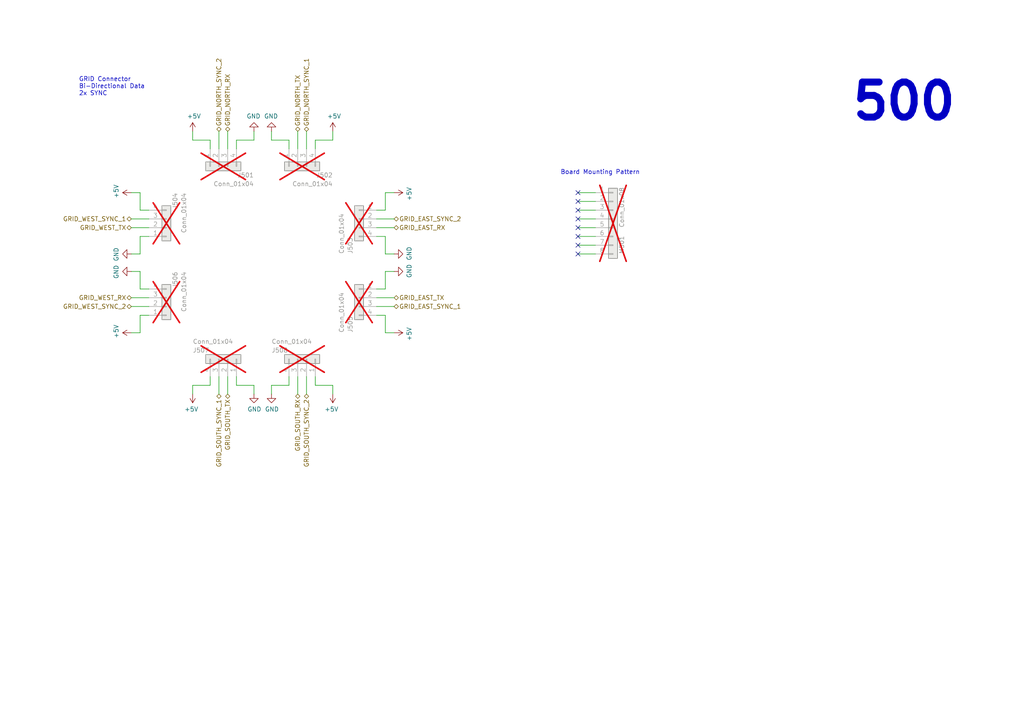
<source format=kicad_sch>
(kicad_sch (version 20250114) (generator "eeschema") (generator_version "9.0")
  (paper "A4")
  (lib_symbols
    (symbol "+5V_1" (power) (pin_names (offset 0))
      (property "Value" "+5V" (at 0 3.556 0))
      (symbol "+5V_1_0_1"
        (polyline (pts (xy -0.762 1.27) (xy 0 2.54)))
        (polyline (pts (xy 0 2.54) (xy 0.762 1.27)))
        (polyline (pts (xy 0 0) (xy 0 2.54)))
      )
      (symbol "+5V_1_1_1"
        (pin power_in line (at 0 0 90) (length 0) (hide yes) (name "+5V") (number "1"))
      )
    )
    (symbol "+5V_2" (power) (pin_names (offset 0))
      (property "Value" "+5V" (at 0 3.556 0))
      (symbol "+5V_2_0_1"
        (polyline (pts (xy -0.762 1.27) (xy 0 2.54)))
        (polyline (pts (xy 0 2.54) (xy 0.762 1.27)))
        (polyline (pts (xy 0 0) (xy 0 2.54)))
      )
      (symbol "+5V_2_1_1"
        (pin power_in line (at 0 0 90) (length 0) (hide yes) (name "+5V") (number "1"))
      )
    )
    (symbol "+5V_3" (power) (pin_names (offset 0))
      (property "Value" "+5V" (at 0 3.556 0))
      (symbol "+5V_3_0_1"
        (polyline (pts (xy -0.762 1.27) (xy 0 2.54)))
        (polyline (pts (xy 0 2.54) (xy 0.762 1.27)))
        (polyline (pts (xy 0 0) (xy 0 2.54)))
      )
      (symbol "+5V_3_1_1"
        (pin power_in line (at 0 0 90) (length 0) (hide yes) (name "+5V") (number "1"))
      )
    )
    (symbol "+5V_4" (power) (pin_names (offset 0))
      (property "Value" "+5V" (at 0 3.556 0))
      (symbol "+5V_4_0_1"
        (polyline (pts (xy -0.762 1.27) (xy 0 2.54)))
        (polyline (pts (xy 0 2.54) (xy 0.762 1.27)))
        (polyline (pts (xy 0 0) (xy 0 2.54)))
      )
      (symbol "+5V_4_1_1"
        (pin power_in line (at 0 0 90) (length 0) (hide yes) (name "+5V") (number "1"))
      )
    )
    (symbol "+5V_5" (power) (pin_names (offset 0))
      (property "Value" "+5V" (at 0 3.556 0))
      (symbol "+5V_5_0_1"
        (polyline (pts (xy -0.762 1.27) (xy 0 2.54)))
        (polyline (pts (xy 0 2.54) (xy 0.762 1.27)))
        (polyline (pts (xy 0 0) (xy 0 2.54)))
      )
      (symbol "+5V_5_1_1"
        (pin power_in line (at 0 0 90) (length 0) (hide yes) (name "+5V") (number "1"))
      )
    )
    (symbol "+5V_6" (power) (pin_names (offset 0))
      (property "Value" "+5V" (at 0 3.556 0))
      (symbol "+5V_6_0_1"
        (polyline (pts (xy -0.762 1.27) (xy 0 2.54)))
        (polyline (pts (xy 0 2.54) (xy 0.762 1.27)))
        (polyline (pts (xy 0 0) (xy 0 2.54)))
      )
      (symbol "+5V_6_1_1"
        (pin power_in line (at 0 0 90) (length 0) (hide yes) (name "+5V") (number "1"))
      )
    )
    (symbol "+5V_7" (power) (pin_names (offset 0))
      (property "Value" "+5V" (at 0 3.556 0))
      (symbol "+5V_7_0_1"
        (polyline (pts (xy -0.762 1.27) (xy 0 2.54)))
        (polyline (pts (xy 0 2.54) (xy 0.762 1.27)))
        (polyline (pts (xy 0 0) (xy 0 2.54)))
      )
      (symbol "+5V_7_1_1"
        (pin power_in line (at 0 0 90) (length 0) (hide yes) (name "+5V") (number "1"))
      )
    )
    (symbol "Connector_Generic:Conn_01x04" (pin_names (offset 1.016) (hide yes))
      (property "Reference" "J" (at 0 5.08 0))
      (property "Value" "Conn_01x04" (at 0 -7.62 0))
      (symbol "Conn_01x04_1_1"
        (rectangle (start -1.27 3.81) (end 1.27 -6.35) (stroke (width 0.254)) (fill (type background)))
        (rectangle (start -1.27 2.667) (end 0 2.413) (stroke (width 0.1524)))
        (rectangle (start -1.27 0.127) (end 0 -0.127) (stroke (width 0.1524)))
        (rectangle (start -1.27 -2.413) (end 0 -2.667) (stroke (width 0.1524)))
        (rectangle (start -1.27 -4.953) (end 0 -5.207) (stroke (width 0.1524)))
        (pin passive line (at -5.08 2.54 0) (length 3.81) (name "Pin_1") (number "1"))
        (pin passive line (at -5.08 0 0) (length 3.81) (name "Pin_2") (number "2"))
        (pin passive line (at -5.08 -2.54 0) (length 3.81) (name "Pin_3") (number "3"))
        (pin passive line (at -5.08 -5.08 0) (length 3.81) (name "Pin_4") (number "4"))
      )
    )
    (symbol "Connector_Generic:Conn_01x08" (pin_names (offset 1.016) (hide yes))
      (property "Reference" "J" (at 0 10.16 0))
      (property "Value" "Conn_01x08" (at 0 -12.7 0))
      (symbol "Conn_01x08_1_1"
        (rectangle (start -1.27 8.89) (end 1.27 -11.43) (stroke (width 0.254)) (fill (type background)))
        (rectangle (start -1.27 7.747) (end 0 7.493) (stroke (width 0.1524)))
        (rectangle (start -1.27 5.207) (end 0 4.953) (stroke (width 0.1524)))
        (rectangle (start -1.27 2.667) (end 0 2.413) (stroke (width 0.1524)))
        (rectangle (start -1.27 0.127) (end 0 -0.127) (stroke (width 0.1524)))
        (rectangle (start -1.27 -2.413) (end 0 -2.667) (stroke (width 0.1524)))
        (rectangle (start -1.27 -4.953) (end 0 -5.207) (stroke (width 0.1524)))
        (rectangle (start -1.27 -7.493) (end 0 -7.747) (stroke (width 0.1524)))
        (rectangle (start -1.27 -10.033) (end 0 -10.287) (stroke (width 0.1524)))
        (pin passive line (at -5.08 7.62 0) (length 3.81) (name "Pin_1") (number "1"))
        (pin passive line (at -5.08 5.08 0) (length 3.81) (name "Pin_2") (number "2"))
        (pin passive line (at -5.08 2.54 0) (length 3.81) (name "Pin_3") (number "3"))
        (pin passive line (at -5.08 0 0) (length 3.81) (name "Pin_4") (number "4"))
        (pin passive line (at -5.08 -2.54 0) (length 3.81) (name "Pin_5") (number "5"))
        (pin passive line (at -5.08 -5.08 0) (length 3.81) (name "Pin_6") (number "6"))
        (pin passive line (at -5.08 -7.62 0) (length 3.81) (name "Pin_7") (number "7"))
        (pin passive line (at -5.08 -10.16 0) (length 3.81) (name "Pin_8") (number "8"))
      )
    )
    (symbol "GND_1" (power) (pin_names (offset 0))
      (property "Value" "GND" (at 0 -3.81 0))
      (symbol "GND_1_0_1"
        (polyline (pts (xy 0 0) (xy 0 -1.27) (xy 1.27 -1.27) (xy 0 -2.54) (xy -1.27 -1.27) (xy 0 -1.27)))
      )
      (symbol "GND_1_1_1"
        (pin power_in line (at 0 0 270) (length 0) (hide yes) (name "GND") (number "1"))
      )
    )
    (symbol "GND_2" (power) (pin_names (offset 0))
      (property "Value" "GND" (at 0 -3.81 0))
      (symbol "GND_2_0_1"
        (polyline (pts (xy 0 0) (xy 0 -1.27) (xy 1.27 -1.27) (xy 0 -2.54) (xy -1.27 -1.27) (xy 0 -1.27)))
      )
      (symbol "GND_2_1_1"
        (pin power_in line (at 0 0 270) (length 0) (hide yes) (name "GND") (number "1"))
      )
    )
    (symbol "GND_3" (power) (pin_names (offset 0))
      (property "Value" "GND" (at 0 -3.81 0))
      (symbol "GND_3_0_1"
        (polyline (pts (xy 0 0) (xy 0 -1.27) (xy 1.27 -1.27) (xy 0 -2.54) (xy -1.27 -1.27) (xy 0 -1.27)))
      )
      (symbol "GND_3_1_1"
        (pin power_in line (at 0 0 270) (length 0) (hide yes) (name "GND") (number "1"))
      )
    )
    (symbol "GND_4" (power) (pin_names (offset 0))
      (property "Value" "GND" (at 0 -3.81 0))
      (symbol "GND_4_0_1"
        (polyline (pts (xy 0 0) (xy 0 -1.27) (xy 1.27 -1.27) (xy 0 -2.54) (xy -1.27 -1.27) (xy 0 -1.27)))
      )
      (symbol "GND_4_1_1"
        (pin power_in line (at 0 0 270) (length 0) (hide yes) (name "GND") (number "1"))
      )
    )
    (symbol "GND_5" (power) (pin_names (offset 0))
      (property "Value" "GND" (at 0 -3.81 0))
      (symbol "GND_5_0_1"
        (polyline (pts (xy 0 0) (xy 0 -1.27) (xy 1.27 -1.27) (xy 0 -2.54) (xy -1.27 -1.27) (xy 0 -1.27)))
      )
      (symbol "GND_5_1_1"
        (pin power_in line (at 0 0 270) (length 0) (hide yes) (name "GND") (number "1"))
      )
    )
    (symbol "GND_6" (power) (pin_names (offset 0))
      (property "Value" "GND" (at 0 -3.81 0))
      (symbol "GND_6_0_1"
        (polyline (pts (xy 0 0) (xy 0 -1.27) (xy 1.27 -1.27) (xy 0 -2.54) (xy -1.27 -1.27) (xy 0 -1.27)))
      )
      (symbol "GND_6_1_1"
        (pin power_in line (at 0 0 270) (length 0) (hide yes) (name "GND") (number "1"))
      )
    )
    (symbol "GND_7" (power) (pin_names (offset 0))
      (property "Value" "GND" (at 0 -3.81 0))
      (symbol "GND_7_0_1"
        (polyline (pts (xy 0 0) (xy 0 -1.27) (xy 1.27 -1.27) (xy 0 -2.54) (xy -1.27 -1.27) (xy 0 -1.27)))
      )
      (symbol "GND_7_1_1"
        (pin power_in line (at 0 0 270) (length 0) (hide yes) (name "GND") (number "1"))
      )
    )
    (symbol "power:+5V" (power) (pin_names (offset 0))
      (property "Value" "+5V" (at 0 3.556 0))
      (symbol "+5V_0_1"
        (polyline (pts (xy -0.762 1.27) (xy 0 2.54)))
        (polyline (pts (xy 0 2.54) (xy 0.762 1.27)))
        (polyline (pts (xy 0 0) (xy 0 2.54)))
      )
      (symbol "+5V_1_1"
        (pin power_in line (at 0 0 90) (length 0) (hide yes) (name "+5V") (number "1"))
      )
    )
    (symbol "power:GND" (power) (pin_names (offset 0))
      (property "Value" "GND" (at 0 -3.81 0))
      (symbol "GND_0_1"
        (polyline (pts (xy 0 0) (xy 0 -1.27) (xy 1.27 -1.27) (xy 0 -2.54) (xy -1.27 -1.27) (xy 0 -1.27)))
      )
      (symbol "GND_1_1"
        (pin power_in line (at 0 0 270) (length 0) (hide yes) (name "GND") (number "1"))
      )
    )
  )
  (text "Board Mounting Pattern\n" (at 162.56 50.8 0) (effects (font (size 1.27 1.27)) (justify left bottom)))
  (text "GRID Connector\nBi-Directional Data\n2x SYNC\n" (at 22.86 27.94 0) (effects (font (size 1.27 1.27)) (justify left bottom)))
  (text "500" (at 246.38 35.56 0) (effects (font (size 10.16 10.16) (thickness 2.032) (bold yes)) (justify left bottom)))
  (no_connect (at 167.64 63.5))
  (no_connect (at 167.64 66.04))
  (no_connect (at 167.64 55.88))
  (no_connect (at 167.64 60.96))
  (no_connect (at 167.64 73.66))
  (no_connect (at 167.64 71.12))
  (no_connect (at 167.64 68.58))
  (no_connect (at 167.64 58.42))
  (wire (pts (xy 60.96 40.64) (xy 60.96 43.18)))
  (wire (pts (xy 40.64 55.88) (xy 40.64 60.96)))
  (wire (pts (xy 40.64 91.44) (xy 40.64 96.52)))
  (wire (pts (xy 55.88 38.1) (xy 55.88 40.64)))
  (wire (pts (xy 43.18 60.96) (xy 40.64 60.96)))
  (wire (pts (xy 83.82 109.22) (xy 83.82 111.76)))
  (wire (pts (xy 55.88 114.3) (xy 55.88 111.76)))
  (wire (pts (xy 66.04 109.22) (xy 66.04 114.3)))
  (wire (pts (xy 111.76 73.66) (xy 114.3 73.66)))
  (wire (pts (xy 172.72 66.04) (xy 167.64 66.04)))
  (wire (pts (xy 66.04 43.18) (xy 66.04 38.1)))
  (wire (pts (xy 172.72 58.42) (xy 167.64 58.42)))
  (wire (pts (xy 91.44 111.76) (xy 96.52 111.76)))
  (wire (pts (xy 38.1 88.9) (xy 43.18 88.9)))
  (wire (pts (xy 43.18 66.04) (xy 38.1 66.04)))
  (wire (pts (xy 68.58 40.64) (xy 73.66 40.64)))
  (wire (pts (xy 43.18 83.82) (xy 40.64 83.82)))
  (wire (pts (xy 43.18 86.36) (xy 38.1 86.36)))
  (wire (pts (xy 40.64 78.74) (xy 40.64 83.82)))
  (wire (pts (xy 109.22 68.58) (xy 111.76 68.58)))
  (wire (pts (xy 109.22 86.36) (xy 114.3 86.36)))
  (wire (pts (xy 172.72 63.5) (xy 167.64 63.5)))
  (wire (pts (xy 111.76 78.74) (xy 114.3 78.74)))
  (wire (pts (xy 111.76 91.44) (xy 111.76 96.52)))
  (wire (pts (xy 68.58 43.18) (xy 68.58 40.64)))
  (wire (pts (xy 55.88 111.76) (xy 60.96 111.76)))
  (wire (pts (xy 172.72 68.58) (xy 167.64 68.58)))
  (wire (pts (xy 111.76 60.96) (xy 109.22 60.96)))
  (wire (pts (xy 111.76 55.88) (xy 111.76 60.96)))
  (wire (pts (xy 86.36 109.22) (xy 86.36 114.3)))
  (wire (pts (xy 83.82 40.64) (xy 83.82 43.18)))
  (wire (pts (xy 55.88 40.64) (xy 60.96 40.64)))
  (wire (pts (xy 40.64 73.66) (xy 38.1 73.66)))
  (wire (pts (xy 109.22 66.04) (xy 114.3 66.04)))
  (wire (pts (xy 91.44 40.64) (xy 96.52 40.64)))
  (wire (pts (xy 73.66 111.76) (xy 73.66 114.3)))
  (wire (pts (xy 68.58 111.76) (xy 68.58 109.22)))
  (wire (pts (xy 96.52 38.1) (xy 96.52 40.64)))
  (wire (pts (xy 78.74 40.64) (xy 78.74 38.1)))
  (wire (pts (xy 114.3 96.52) (xy 111.76 96.52)))
  (wire (pts (xy 114.3 63.5) (xy 109.22 63.5)))
  (wire (pts (xy 73.66 40.64) (xy 73.66 38.1)))
  (wire (pts (xy 91.44 43.18) (xy 91.44 40.64)))
  (wire (pts (xy 68.58 111.76) (xy 73.66 111.76)))
  (wire (pts (xy 63.5 38.1) (xy 63.5 43.18)))
  (wire (pts (xy 111.76 68.58) (xy 111.76 73.66)))
  (wire (pts (xy 172.72 71.12) (xy 167.64 71.12)))
  (wire (pts (xy 88.9 114.3) (xy 88.9 109.22)))
  (wire (pts (xy 109.22 88.9) (xy 114.3 88.9)))
  (wire (pts (xy 38.1 96.52) (xy 40.64 96.52)))
  (wire (pts (xy 111.76 78.74) (xy 111.76 83.82)))
  (wire (pts (xy 91.44 111.76) (xy 91.44 109.22)))
  (wire (pts (xy 172.72 55.88) (xy 167.64 55.88)))
  (wire (pts (xy 86.36 43.18) (xy 86.36 38.1)))
  (wire (pts (xy 60.96 109.22) (xy 60.96 111.76)))
  (wire (pts (xy 43.18 63.5) (xy 38.1 63.5)))
  (wire (pts (xy 40.64 68.58) (xy 40.64 73.66)))
  (wire (pts (xy 78.74 111.76) (xy 78.74 114.3)))
  (wire (pts (xy 172.72 60.96) (xy 167.64 60.96)))
  (wire (pts (xy 40.64 68.58) (xy 43.18 68.58)))
  (wire (pts (xy 40.64 91.44) (xy 43.18 91.44)))
  (wire (pts (xy 88.9 43.18) (xy 88.9 38.1)))
  (wire (pts (xy 63.5 109.22) (xy 63.5 114.3)))
  (wire (pts (xy 96.52 114.3) (xy 96.52 111.76)))
  (wire (pts (xy 111.76 83.82) (xy 109.22 83.82)))
  (wire (pts (xy 78.74 111.76) (xy 83.82 111.76)))
  (wire (pts (xy 109.22 91.44) (xy 111.76 91.44)))
  (wire (pts (xy 38.1 55.88) (xy 40.64 55.88)))
  (wire (pts (xy 40.64 78.74) (xy 38.1 78.74)))
  (wire (pts (xy 172.72 73.66) (xy 167.64 73.66)))
  (wire (pts (xy 78.74 40.64) (xy 83.82 40.64)))
  (wire (pts (xy 114.3 55.88) (xy 111.76 55.88)))
  (hierarchical_label "GRID_NORTH_RX" (shape bidirectional) (at 66.04 38.1 90))
  (hierarchical_label "GRID_NORTH_TX" (shape bidirectional) (at 86.36 38.1 90))
  (hierarchical_label "GRID_SOUTH_SYNC_1" (shape bidirectional) (at 63.5 114.3 270))
  (hierarchical_label "GRID_NORTH_SYNC_1" (shape bidirectional) (at 88.9 38.1 90))
  (hierarchical_label "GRID_SOUTH_TX" (shape bidirectional) (at 66.04 114.3 270))
  (hierarchical_label "GRID_SOUTH_RX" (shape bidirectional) (at 86.36 114.3 270))
  (hierarchical_label "GRID_EAST_RX" (shape bidirectional) (at 114.3 66.04 0))
  (hierarchical_label "GRID_WEST_SYNC_2" (shape bidirectional) (at 38.1 88.9 180))
  (hierarchical_label "GRID_NORTH_SYNC_2" (shape bidirectional) (at 63.5 38.1 90))
  (hierarchical_label "GRID_EAST_TX" (shape bidirectional) (at 114.3 86.36 0))
  (hierarchical_label "GRID_WEST_TX" (shape bidirectional) (at 38.1 66.04 180))
  (hierarchical_label "GRID_WEST_RX" (shape bidirectional) (at 38.1 86.36 180))
  (hierarchical_label "GRID_EAST_SYNC_1" (shape bidirectional) (at 114.3 88.9 0))
  (hierarchical_label "GRID_SOUTH_SYNC_2" (shape bidirectional) (at 88.9 114.3 270))
  (hierarchical_label "GRID_WEST_SYNC_1" (shape bidirectional) (at 38.1 63.5 180))
  (hierarchical_label "GRID_EAST_SYNC_2" (shape bidirectional) (at 114.3 63.5 0))
  (symbol (lib_id "Connector_Generic:Conn_01x04") (at 48.26 66.04 0) (mirror x) (unit 1) (in_bom no) (on_board no) (dnp yes)
    (property "Reference" "J504" (at 50.8 55.88 90) (effects (justify left)))
    (property "Value" "Conn_01x04" (at 53.34 55.88 90) (effects (justify left)))
    (property "Footprint" "suku_basics:J_INTERFACE_SPRINGPATTERN" (effects (hide yes)))
  )
  (symbol (lib_id "Connector_Generic:Conn_01x04") (at 48.26 88.9 0) (mirror x) (unit 1) (in_bom no) (on_board no) (dnp yes)
    (property "Reference" "J506" (at 50.8 78.74 90) (effects (justify left)))
    (property "Value" "Conn_01x04" (at 53.34 78.74 90) (effects (justify left)))
    (property "Footprint" "suku_basics:J_INTERFACE_SPRINGPATTERN" (effects (hide yes)))
  )
  (symbol (lib_id "power:+5V") (at 38.1 55.88 90) (unit 1)
    (property "Reference" "#PWR0505" (effects (hide yes)))
    (property "Value" "+5V" (at 33.7058 55.499 0))
  )
  (symbol (lib_id "power:GND") (at 38.1 73.66 270) (unit 1)
    (property "Reference" "#PWR0507" (effects (hide yes)))
    (property "Value" "GND" (at 33.7058 73.787 0))
  )
  (symbol (lib_name "GND_7") (lib_id "power:GND") (at 38.1 78.74 270) (unit 1)
    (property "Reference" "#PWR0509" (effects (hide yes)))
    (property "Value" "GND" (at 33.7058 78.867 0))
  )
  (symbol (lib_name "+5V_7") (lib_id "power:+5V") (at 38.1 96.52 90) (unit 1)
    (property "Reference" "#PWR0511" (effects (hide yes)))
    (property "Value" "+5V" (at 33.7058 96.139 0))
  )
  (symbol (lib_id "Connector_Generic:Conn_01x04") (at 86.36 48.26 90) (mirror x) (unit 1) (in_bom no) (on_board no) (dnp yes)
    (property "Reference" "J502" (at 96.52 50.8 90) (effects (justify left)))
    (property "Value" "Conn_01x04" (at 96.52 53.34 90) (effects (justify left)))
    (property "Footprint" "suku_basics:J_INTERFACE_SPRINGPATTERN" (effects (hide yes)))
  )
  (symbol (lib_id "Connector_Generic:Conn_01x04") (at 63.5 48.26 90) (mirror x) (unit 1) (in_bom no) (on_board no) (dnp yes)
    (property "Reference" "J501" (at 73.66 50.8 90) (effects (justify left)))
    (property "Value" "Conn_01x04" (at 73.66 53.34 90) (effects (justify left)))
    (property "Footprint" "suku_basics:J_INTERFACE_SPRINGPATTERN" (effects (hide yes)))
  )
  (symbol (lib_id "Connector_Generic:Conn_01x04") (at 104.14 86.36 0) (mirror y) (unit 1) (in_bom no) (on_board no) (dnp yes)
    (property "Reference" "J505" (at 101.6 96.52 90) (effects (justify left)))
    (property "Value" "Conn_01x04" (at 99.06 96.52 90) (effects (justify left)))
    (property "Footprint" "suku_basics:J_INTERFACE_SPRINGPATTERN" (effects (hide yes)))
  )
  (symbol (lib_id "Connector_Generic:Conn_01x04") (at 104.14 63.5 0) (mirror y) (unit 1) (in_bom no) (on_board no) (dnp yes)
    (property "Reference" "J503" (at 101.6 73.66 90) (effects (justify left)))
    (property "Value" "Conn_01x04" (at 99.06 73.66 90) (effects (justify left)))
    (property "Footprint" "suku_basics:J_INTERFACE_SPRINGPATTERN" (effects (hide yes)))
  )
  (symbol (lib_id "Connector_Generic:Conn_01x04") (at 66.04 104.14 270) (mirror x) (unit 1) (in_bom no) (on_board no) (dnp yes)
    (property "Reference" "J507" (at 55.88 101.6 90) (effects (justify left)))
    (property "Value" "Conn_01x04" (at 55.88 99.06 90) (effects (justify left)))
    (property "Footprint" "suku_basics:J_INTERFACE_SPRINGPATTERN" (effects (hide yes)))
  )
  (symbol (lib_id "Connector_Generic:Conn_01x04") (at 88.9 104.14 270) (mirror x) (unit 1) (in_bom no) (on_board no) (dnp yes)
    (property "Reference" "J508" (at 78.74 101.6 90) (effects (justify left)))
    (property "Value" "Conn_01x04" (at 78.74 99.06 90) (effects (justify left)))
    (property "Footprint" "suku_basics:J_INTERFACE_SPRINGPATTERN" (effects (hide yes)))
  )
  (symbol (lib_id "Connector_Generic:Conn_01x08") (at 177.8 63.5 0) (unit 1) (in_bom no) (on_board no) (dnp yes)
    (property "Reference" "M501" (at 180.34 73.66 90) (effects (justify left)))
    (property "Value" "Conn_01x08" (at 180.34 66.04 90) (effects (justify left)))
    (property "Footprint" "suku_basics:grid_outline_vsn" (effects (hide yes)))
  )
  (symbol (lib_name "+5V_6") (lib_id "power:+5V") (at 96.52 114.3 180) (unit 1)
    (property "Reference" "#PWR0516" (effects (hide yes)))
    (property "Value" "+5V" (at 96.139 118.6942 0))
  )
  (symbol (lib_name "+5V_5") (lib_id "power:+5V") (at 114.3 55.88 270) (unit 1)
    (property "Reference" "#PWR0506" (effects (hide yes)))
    (property "Value" "+5V" (at 118.6942 56.261 0))
  )
  (symbol (lib_name "+5V_4") (lib_id "power:+5V") (at 114.3 96.52 270) (unit 1)
    (property "Reference" "#PWR0512" (effects (hide yes)))
    (property "Value" "+5V" (at 118.6942 96.901 0))
  )
  (symbol (lib_name "+5V_2") (lib_id "power:+5V") (at 96.52 38.1 0) (unit 1)
    (property "Reference" "#PWR0504" (effects (hide yes)))
    (property "Value" "+5V" (at 96.901 33.7058 0))
  )
  (symbol (lib_name "GND_6") (lib_id "power:GND") (at 114.3 78.74 90) (unit 1)
    (property "Reference" "#PWR0510" (effects (hide yes)))
    (property "Value" "GND" (at 118.6942 78.613 0))
  )
  (symbol (lib_name "GND_5") (lib_id "power:GND") (at 78.74 38.1 180) (unit 1)
    (property "Reference" "#PWR0503" (effects (hide yes)))
    (property "Value" "GND" (at 78.613 33.7058 0))
  )
  (symbol (lib_name "GND_4") (lib_id "power:GND") (at 73.66 38.1 180) (unit 1)
    (property "Reference" "#PWR0502" (effects (hide yes)))
    (property "Value" "GND" (at 73.533 33.7058 0))
  )
  (symbol (lib_name "GND_3") (lib_id "power:GND") (at 73.66 114.3 0) (unit 1)
    (property "Reference" "#PWR0514" (effects (hide yes)))
    (property "Value" "GND" (at 73.787 118.6942 0))
  )
  (symbol (lib_name "+5V_1") (lib_id "power:+5V") (at 55.88 38.1 0) (unit 1)
    (property "Reference" "#PWR0501" (effects (hide yes)))
    (property "Value" "+5V" (at 56.261 33.7058 0))
  )
  (symbol (lib_name "GND_2") (lib_id "power:GND") (at 78.74 114.3 0) (unit 1)
    (property "Reference" "#PWR0515" (effects (hide yes)))
    (property "Value" "GND" (at 78.867 118.6942 0))
  )
  (symbol (lib_name "GND_1") (lib_id "power:GND") (at 114.3 73.66 90) (unit 1)
    (property "Reference" "#PWR0508" (effects (hide yes)))
    (property "Value" "GND" (at 118.6942 73.533 0))
  )
  (symbol (lib_name "+5V_3") (lib_id "power:+5V") (at 55.88 114.3 180) (unit 1)
    (property "Reference" "#PWR0513" (effects (hide yes)))
    (property "Value" "+5V" (at 55.499 118.6942 0))
  )
)
</source>
